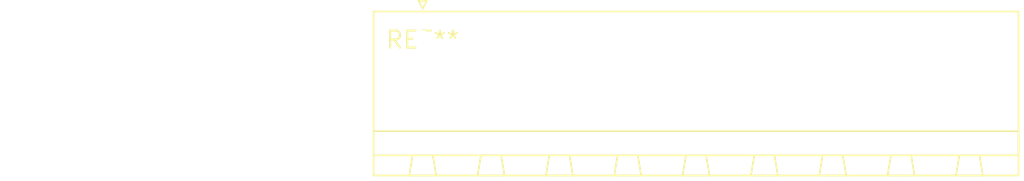
<source format=kicad_pcb>
(kicad_pcb (version 20240108) (generator pcbnew)
  (layers (0 "F.Cu" signal) (31 "B.Cu" signal) (34 "B.Paste" user) (35 "F.Paste" user) (36 "B.SilkS" user "B.Silkscreen") (37 "F.SilkS" user "F.Silkscreen") (38 "B.Mask" user) (39 "F.Mask" user) (44 "Edge.Cuts" user))
  (net 0 "")
  (footprint "PhoenixContact_MSTBA_2,5_9-G-5,08_1x09_P5.08mm_Horizontal" (layer "F.Cu") (at 0 0)
    (property "Reference" "REF**")
    (property "Value" "PhoenixContact_MSTBA_2,5_9-G-5,08_1x09_P5.08mm_Horizontal")
    (fp_line (start -3.65 -2.11) (end -3.65 10.11) (layer "F.SilkS") (stroke (width 0.12)))
    (fp_line (start -3.65 6.81) (end 44.29 6.81) (layer "F.SilkS") (stroke (width 0.12)))
    (fp_line (start -3.65 8.61) (end -3.65 6.81) (layer "F.SilkS") (stroke (width 0.12)))
    (fp_line (start -3.65 10.11) (end 44.29 10.11) (layer "F.SilkS") (stroke (width 0.12)))
    (fp_line (start -1 10.11) (end 1 10.11) (layer "F.SilkS") (stroke (width 0.12)))
    (fp_line (start -0.75 8.61) (end -1 10.11) (layer "F.SilkS") (stroke (width 0.12)))
    (fp_line (start -0.3 -2.91) (end 0.3 -2.91) (layer "F.SilkS") (stroke (width 0.12)))
    (fp_line (start 0 -2.31) (end -0.3 -2.91) (layer "F.SilkS") (stroke (width 0.12)))
    (fp_line (start 0.3 -2.91) (end 0 -2.31) (layer "F.SilkS") (stroke (width 0.12)))
    (fp_line (start 0.75 8.61) (end -0.75 8.61) (layer "F.SilkS") (stroke (width 0.12)))
    (fp_line (start 1 10.11) (end 0.75 8.61) (layer "F.SilkS") (stroke (width 0.12)))
    (fp_line (start 4.08 10.11) (end 6.08 10.11) (layer "F.SilkS") (stroke (width 0.12)))
    (fp_line (start 4.33 8.61) (end 4.08 10.11) (layer "F.SilkS") (stroke (width 0.12)))
    (fp_line (start 5.83 8.61) (end 4.33 8.61) (layer "F.SilkS") (stroke (width 0.12)))
    (fp_line (start 6.08 10.11) (end 5.83 8.61) (layer "F.SilkS") (stroke (width 0.12)))
    (fp_line (start 9.16 10.11) (end 11.16 10.11) (layer "F.SilkS") (stroke (width 0.12)))
    (fp_line (start 9.41 8.61) (end 9.16 10.11) (layer "F.SilkS") (stroke (width 0.12)))
    (fp_line (start 10.91 8.61) (end 9.41 8.61) (layer "F.SilkS") (stroke (width 0.12)))
    (fp_line (start 11.16 10.11) (end 10.91 8.61) (layer "F.SilkS") (stroke (width 0.12)))
    (fp_line (start 14.24 10.11) (end 16.24 10.11) (layer "F.SilkS") (stroke (width 0.12)))
    (fp_line (start 14.49 8.61) (end 14.24 10.11) (layer "F.SilkS") (stroke (width 0.12)))
    (fp_line (start 15.99 8.61) (end 14.49 8.61) (layer "F.SilkS") (stroke (width 0.12)))
    (fp_line (start 16.24 10.11) (end 15.99 8.61) (layer "F.SilkS") (stroke (width 0.12)))
    (fp_line (start 19.32 10.11) (end 21.32 10.11) (layer "F.SilkS") (stroke (width 0.12)))
    (fp_line (start 19.57 8.61) (end 19.32 10.11) (layer "F.SilkS") (stroke (width 0.12)))
    (fp_line (start 21.07 8.61) (end 19.57 8.61) (layer "F.SilkS") (stroke (width 0.12)))
    (fp_line (start 21.32 10.11) (end 21.07 8.61) (layer "F.SilkS") (stroke (width 0.12)))
    (fp_line (start 24.4 10.11) (end 26.4 10.11) (layer "F.SilkS") (stroke (width 0.12)))
    (fp_line (start 24.65 8.61) (end 24.4 10.11) (layer "F.SilkS") (stroke (width 0.12)))
    (fp_line (start 26.15 8.61) (end 24.65 8.61) (layer "F.SilkS") (stroke (width 0.12)))
    (fp_line (start 26.4 10.11) (end 26.15 8.61) (layer "F.SilkS") (stroke (width 0.12)))
    (fp_line (start 29.48 10.11) (end 31.48 10.11) (layer "F.SilkS") (stroke (width 0.12)))
    (fp_line (start 29.73 8.61) (end 29.48 10.11) (layer "F.SilkS") (stroke (width 0.12)))
    (fp_line (start 31.23 8.61) (end 29.73 8.61) (layer "F.SilkS") (stroke (width 0.12)))
    (fp_line (start 31.48 10.11) (end 31.23 8.61) (layer "F.SilkS") (stroke (width 0.12)))
    (fp_line (start 34.56 10.11) (end 36.56 10.11) (layer "F.SilkS") (stroke (width 0.12)))
    (fp_line (start 34.81 8.61) (end 34.56 10.11) (layer "F.SilkS") (stroke (width 0.12)))
    (fp_line (start 36.31 8.61) (end 34.81 8.61) (layer "F.SilkS") (stroke (width 0.12)))
    (fp_line (start 36.56 10.11) (end 36.31 8.61) (layer "F.SilkS") (stroke (width 0.12)))
    (fp_line (start 39.64 10.11) (end 41.64 10.11) (layer "F.SilkS") (stroke (width 0.12)))
    (fp_line (start 39.89 8.61) (end 39.64 10.11) (layer "F.SilkS") (stroke (width 0.12)))
    (fp_line (start 41.39 8.61) (end 39.89 8.61) (layer "F.SilkS") (stroke (width 0.12)))
    (fp_line (start 41.64 10.11) (end 41.39 8.61) (layer "F.SilkS") (stroke (width 0.12)))
    (fp_line (start 44.29 -2.11) (end -3.65 -2.11) (layer "F.SilkS") (stroke (width 0.12)))
    (fp_line (start 44.29 6.81) (end 44.29 8.61) (layer "F.SilkS") (stroke (width 0.12)))
    (fp_line (start 44.29 8.61) (end -3.65 8.61) (layer "F.SilkS") (stroke (width 0.12)))
    (fp_line (start 44.29 10.11) (end 44.29 -2.11) (layer "F.SilkS") (stroke (width 0.12)))
    (pad "1" thru_hole roundrect (at 0 0) (size 2.08 3.6) (drill 1.4) (layers *.Cu *.Mask) (remove_unused_layers) (roundrect_rratio 0.120192))
    (pad "2" thru_hole oval (at 5.08 0) (size 2.08 3.6) (drill 1.4) (layers *.Cu *.Mask) (remove_unused_layers))
    (pad "3" thru_hole oval (at 10.16 0) (size 2.08 3.6) (drill 1.4) (layers *.Cu *.Mask) (remove_unused_layers))
    (pad "4" thru_hole oval (at 15.24 0) (size 2.08 3.6) (drill 1.4) (layers *.Cu *.Mask) (remove_unused_layers))
    (pad "5" thru_hole oval (at 20.32 0) (size 2.08 3.6) (drill 1.4) (layers *.Cu *.Mask) (remove_unused_layers))
    (pad "6" thru_hole oval (at 25.4 0) (size 2.08 3.6) (drill 1.4) (layers *.Cu *.Mask) (remove_unused_layers))
    (pad "7" thru_hole oval (at 30.48 0) (size 2.08 3.6) (drill 1.4) (layers *.Cu *.Mask) (remove_unused_layers))
    (pad "8" thru_hole oval (at 35.56 0) (size 2.08 3.6) (drill 1.4) (layers *.Cu *.Mask) (remove_unused_layers))
    (pad "9" thru_hole oval (at 40.64 0) (size 2.08 3.6) (drill 1.4) (layers *.Cu *.Mask) (remove_unused_layers))
  )
)
</source>
